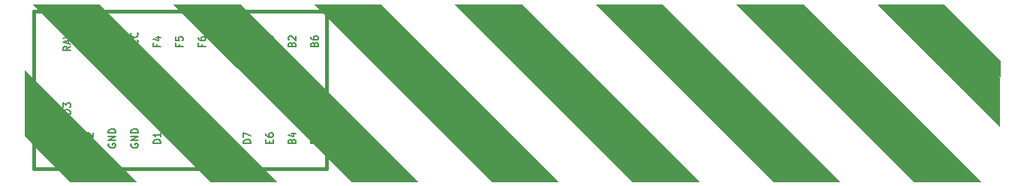
<source format=gbr>
G04 #@! TF.GenerationSoftware,KiCad,Pcbnew,5.1.10-88a1d61d58~88~ubuntu18.04.1*
G04 #@! TF.CreationDate,2021-10-06T13:15:52-05:00*
G04 #@! TF.ProjectId,keyboard,6b657962-6f61-4726-942e-6b696361645f,rev?*
G04 #@! TF.SameCoordinates,Original*
G04 #@! TF.FileFunction,Legend,Top*
G04 #@! TF.FilePolarity,Positive*
%FSLAX46Y46*%
G04 Gerber Fmt 4.6, Leading zero omitted, Abs format (unit mm)*
G04 Created by KiCad (PCBNEW 5.1.10-88a1d61d58~88~ubuntu18.04.1) date 2021-10-06 13:15:52*
%MOMM*%
%LPD*%
G01*
G04 APERTURE LIST*
%ADD10C,0.010000*%
%ADD11C,0.381000*%
%ADD12C,0.150000*%
G04 APERTURE END LIST*
D10*
G36*
X107880828Y2935511D02*
G01*
X111035142Y-219645D01*
X111013071Y-3920750D01*
X110991000Y-7621854D01*
X104154167Y-790756D01*
X103259819Y103058D01*
X102399611Y963174D01*
X101581053Y1782061D01*
X100811654Y2552187D01*
X100098924Y3266022D01*
X99450374Y3916035D01*
X98873513Y4494695D01*
X98375850Y4994469D01*
X97964895Y5407828D01*
X97648159Y5727240D01*
X97433151Y5945174D01*
X97327381Y6054099D01*
X97317334Y6065505D01*
X97399144Y6070759D01*
X97633151Y6075642D01*
X98002219Y6080036D01*
X98489212Y6083826D01*
X99076992Y6086895D01*
X99748424Y6089125D01*
X100486372Y6090402D01*
X101021924Y6090666D01*
X104726514Y6090666D01*
X107880828Y2935511D01*
G37*
X107880828Y2935511D02*
X111035142Y-219645D01*
X111013071Y-3920750D01*
X110991000Y-7621854D01*
X104154167Y-790756D01*
X103259819Y103058D01*
X102399611Y963174D01*
X101581053Y1782061D01*
X100811654Y2552187D01*
X100098924Y3266022D01*
X99450374Y3916035D01*
X98873513Y4494695D01*
X98375850Y4994469D01*
X97964895Y5407828D01*
X97648159Y5727240D01*
X97433151Y5945174D01*
X97327381Y6054099D01*
X97317334Y6065505D01*
X97399144Y6070759D01*
X97633151Y6075642D01*
X98002219Y6080036D01*
X98489212Y6083826D01*
X99076992Y6086895D01*
X99748424Y6089125D01*
X100486372Y6090402D01*
X101021924Y6090666D01*
X104726514Y6090666D01*
X107880828Y2935511D01*
G36*
X98883667Y-3900000D02*
G01*
X108874064Y-13890667D01*
X101338731Y-13890667D01*
X91348334Y-3900000D01*
X81357936Y6090666D01*
X88893269Y6090666D01*
X98883667Y-3900000D01*
G37*
X98883667Y-3900000D02*
X108874064Y-13890667D01*
X101338731Y-13890667D01*
X91348334Y-3900000D01*
X81357936Y6090666D01*
X88893269Y6090666D01*
X98883667Y-3900000D01*
G36*
X82966334Y-3900000D02*
G01*
X92956731Y-13890667D01*
X85506064Y-13890667D01*
X75515667Y-3900000D01*
X65525269Y6090666D01*
X72975936Y6090666D01*
X82966334Y-3900000D01*
G37*
X82966334Y-3900000D02*
X92956731Y-13890667D01*
X85506064Y-13890667D01*
X75515667Y-3900000D01*
X65525269Y6090666D01*
X72975936Y6090666D01*
X82966334Y-3900000D01*
G36*
X67133667Y-3900000D02*
G01*
X77124064Y-13890667D01*
X73356532Y-13887992D01*
X69589000Y-13885316D01*
X59598334Y-3898565D01*
X49607667Y6088187D01*
X53375468Y6089427D01*
X57143269Y6090666D01*
X67133667Y-3900000D01*
G37*
X67133667Y-3900000D02*
X77124064Y-13890667D01*
X73356532Y-13887992D01*
X69589000Y-13885316D01*
X59598334Y-3898565D01*
X49607667Y6088187D01*
X53375468Y6089427D01*
X57143269Y6090666D01*
X67133667Y-3900000D01*
G36*
X51216334Y-3900000D02*
G01*
X61206731Y-13890667D01*
X53756064Y-13890667D01*
X43765667Y-3900000D01*
X33775269Y6090666D01*
X41225936Y6090666D01*
X51216334Y-3900000D01*
G37*
X51216334Y-3900000D02*
X61206731Y-13890667D01*
X53756064Y-13890667D01*
X43765667Y-3900000D01*
X33775269Y6090666D01*
X41225936Y6090666D01*
X51216334Y-3900000D01*
G36*
X35383667Y-3900000D02*
G01*
X45374064Y-13890667D01*
X41648866Y-13888768D01*
X37923667Y-13886870D01*
X27890667Y-3902509D01*
X17857667Y6081853D01*
X21625468Y6086260D01*
X25393269Y6090666D01*
X35383667Y-3900000D01*
G37*
X35383667Y-3900000D02*
X45374064Y-13890667D01*
X41648866Y-13888768D01*
X37923667Y-13886870D01*
X27890667Y-3902509D01*
X17857667Y6081853D01*
X21625468Y6086260D01*
X25393269Y6090666D01*
X35383667Y-3900000D01*
G36*
X19466334Y-3900000D02*
G01*
X29456731Y-13890667D01*
X22006064Y-13890667D01*
X12015667Y-3900000D01*
X2025269Y6090666D01*
X9475936Y6090666D01*
X19466334Y-3900000D01*
G37*
X19466334Y-3900000D02*
X29456731Y-13890667D01*
X22006064Y-13890667D01*
X12015667Y-3900000D01*
X2025269Y6090666D01*
X9475936Y6090666D01*
X19466334Y-3900000D01*
G36*
X7358786Y-7625091D02*
G01*
X13623904Y-13890667D01*
X6172626Y-13890667D01*
X3611075Y-11328083D01*
X1049526Y-8765500D01*
X1071596Y-5062507D01*
X1093667Y-1359514D01*
X7358786Y-7625091D01*
G37*
X7358786Y-7625091D02*
X13623904Y-13890667D01*
X6172626Y-13890667D01*
X3611075Y-11328083D01*
X1049526Y-8765500D01*
X1071596Y-5062507D01*
X1093667Y-1359514D01*
X7358786Y-7625091D01*
D11*
X4610000Y-9900000D02*
X4610000Y-12440000D01*
X2070000Y-12440000D02*
X4610000Y-12440000D01*
X2070000Y5340000D02*
X2070000Y-12440000D01*
X4610000Y5340000D02*
X2070000Y5340000D01*
D12*
G36*
X11089360Y1381568D02*
G01*
X11289360Y1381568D01*
X11289360Y1281568D01*
X11089360Y1281568D01*
X11089360Y1381568D01*
G37*
X11089360Y1381568D02*
X11289360Y1381568D01*
X11289360Y1281568D01*
X11089360Y1281568D01*
X11089360Y1381568D01*
G36*
X10489360Y981568D02*
G01*
X11289360Y981568D01*
X11289360Y881568D01*
X10489360Y881568D01*
X10489360Y981568D01*
G37*
X10489360Y981568D02*
X11289360Y981568D01*
X11289360Y881568D01*
X10489360Y881568D01*
X10489360Y981568D01*
G36*
X10489360Y1381568D02*
G01*
X10589360Y1381568D01*
X10589360Y881568D01*
X10489360Y881568D01*
X10489360Y1381568D01*
G37*
X10489360Y1381568D02*
X10589360Y1381568D01*
X10589360Y881568D01*
X10489360Y881568D01*
X10489360Y1381568D01*
G36*
X10889360Y1181568D02*
G01*
X10989360Y1181568D01*
X10989360Y1081568D01*
X10889360Y1081568D01*
X10889360Y1181568D01*
G37*
X10889360Y1181568D02*
X10989360Y1181568D01*
X10989360Y1081568D01*
X10889360Y1081568D01*
X10889360Y1181568D01*
G36*
X10489360Y1381568D02*
G01*
X10789360Y1381568D01*
X10789360Y1281568D01*
X10489360Y1281568D01*
X10489360Y1381568D01*
G37*
X10489360Y1381568D02*
X10789360Y1381568D01*
X10789360Y1281568D01*
X10489360Y1281568D01*
X10489360Y1381568D01*
D11*
X7150000Y-9900000D02*
X7150000Y-12440000D01*
X4610000Y-9900000D02*
X7150000Y-9900000D01*
X35090000Y5340000D02*
X4610000Y5340000D01*
X35090000Y-12440000D02*
X35090000Y5340000D01*
X4610000Y-12440000D02*
X35090000Y-12440000D01*
D12*
X5441904Y-9312348D02*
X5441904Y-8855205D01*
X6241904Y-9083776D02*
X5441904Y-9083776D01*
X5441904Y-8664729D02*
X6241904Y-8131395D01*
X5441904Y-8131395D02*
X6241904Y-8664729D01*
X5441904Y-7674252D02*
X5441904Y-7598062D01*
X5480000Y-7521872D01*
X5518095Y-7483776D01*
X5594285Y-7445681D01*
X5746666Y-7407586D01*
X5937142Y-7407586D01*
X6089523Y-7445681D01*
X6165714Y-7483776D01*
X6203809Y-7521872D01*
X6241904Y-7598062D01*
X6241904Y-7674252D01*
X6203809Y-7750443D01*
X6165714Y-7788538D01*
X6089523Y-7826633D01*
X5937142Y-7864729D01*
X5746666Y-7864729D01*
X5594285Y-7826633D01*
X5518095Y-7788538D01*
X5480000Y-7750443D01*
X5441904Y-7674252D01*
X5403809Y-6493300D02*
X6432380Y-7179014D01*
X6241904Y-6226633D02*
X5441904Y-6226633D01*
X5441904Y-6036157D01*
X5480000Y-5921872D01*
X5556190Y-5845681D01*
X5632380Y-5807586D01*
X5784761Y-5769491D01*
X5899047Y-5769491D01*
X6051428Y-5807586D01*
X6127619Y-5845681D01*
X6203809Y-5921872D01*
X6241904Y-6036157D01*
X6241904Y-6226633D01*
X5441904Y-5502824D02*
X5441904Y-5007586D01*
X5746666Y-5274252D01*
X5746666Y-5159967D01*
X5784761Y-5083776D01*
X5822857Y-5045681D01*
X5899047Y-5007586D01*
X6089523Y-5007586D01*
X6165714Y-5045681D01*
X6203809Y-5083776D01*
X6241904Y-5159967D01*
X6241904Y-5388538D01*
X6203809Y-5464729D01*
X6165714Y-5502824D01*
X8781904Y-9601476D02*
X7981904Y-9601476D01*
X7981904Y-9411000D01*
X8020000Y-9296714D01*
X8096190Y-9220523D01*
X8172380Y-9182428D01*
X8324761Y-9144333D01*
X8439047Y-9144333D01*
X8591428Y-9182428D01*
X8667619Y-9220523D01*
X8743809Y-9296714D01*
X8781904Y-9411000D01*
X8781904Y-9601476D01*
X8058095Y-8839571D02*
X8020000Y-8801476D01*
X7981904Y-8725285D01*
X7981904Y-8534809D01*
X8020000Y-8458619D01*
X8058095Y-8420523D01*
X8134285Y-8382428D01*
X8210476Y-8382428D01*
X8324761Y-8420523D01*
X8781904Y-8877666D01*
X8781904Y-8382428D01*
X18941904Y-9601476D02*
X18141904Y-9601476D01*
X18141904Y-9411000D01*
X18180000Y-9296714D01*
X18256190Y-9220523D01*
X18332380Y-9182428D01*
X18484761Y-9144333D01*
X18599047Y-9144333D01*
X18751428Y-9182428D01*
X18827619Y-9220523D01*
X18903809Y-9296714D01*
X18941904Y-9411000D01*
X18941904Y-9601476D01*
X18141904Y-8649095D02*
X18141904Y-8572904D01*
X18180000Y-8496714D01*
X18218095Y-8458619D01*
X18294285Y-8420523D01*
X18446666Y-8382428D01*
X18637142Y-8382428D01*
X18789523Y-8420523D01*
X18865714Y-8458619D01*
X18903809Y-8496714D01*
X18941904Y-8572904D01*
X18941904Y-8649095D01*
X18903809Y-8725285D01*
X18865714Y-8763380D01*
X18789523Y-8801476D01*
X18637142Y-8839571D01*
X18446666Y-8839571D01*
X18294285Y-8801476D01*
X18218095Y-8763380D01*
X18180000Y-8725285D01*
X18141904Y-8649095D01*
X16401904Y-9601476D02*
X15601904Y-9601476D01*
X15601904Y-9411000D01*
X15640000Y-9296714D01*
X15716190Y-9220523D01*
X15792380Y-9182428D01*
X15944761Y-9144333D01*
X16059047Y-9144333D01*
X16211428Y-9182428D01*
X16287619Y-9220523D01*
X16363809Y-9296714D01*
X16401904Y-9411000D01*
X16401904Y-9601476D01*
X16401904Y-8382428D02*
X16401904Y-8839571D01*
X16401904Y-8611000D02*
X15601904Y-8611000D01*
X15716190Y-8687190D01*
X15792380Y-8763380D01*
X15830476Y-8839571D01*
X13100000Y-9620523D02*
X13061904Y-9696714D01*
X13061904Y-9811000D01*
X13100000Y-9925285D01*
X13176190Y-10001476D01*
X13252380Y-10039571D01*
X13404761Y-10077666D01*
X13519047Y-10077666D01*
X13671428Y-10039571D01*
X13747619Y-10001476D01*
X13823809Y-9925285D01*
X13861904Y-9811000D01*
X13861904Y-9734809D01*
X13823809Y-9620523D01*
X13785714Y-9582428D01*
X13519047Y-9582428D01*
X13519047Y-9734809D01*
X13861904Y-9239571D02*
X13061904Y-9239571D01*
X13861904Y-8782428D01*
X13061904Y-8782428D01*
X13861904Y-8401476D02*
X13061904Y-8401476D01*
X13061904Y-8211000D01*
X13100000Y-8096714D01*
X13176190Y-8020523D01*
X13252380Y-7982428D01*
X13404761Y-7944333D01*
X13519047Y-7944333D01*
X13671428Y-7982428D01*
X13747619Y-8020523D01*
X13823809Y-8096714D01*
X13861904Y-8211000D01*
X13861904Y-8401476D01*
X10560000Y-9620523D02*
X10521904Y-9696714D01*
X10521904Y-9811000D01*
X10560000Y-9925285D01*
X10636190Y-10001476D01*
X10712380Y-10039571D01*
X10864761Y-10077666D01*
X10979047Y-10077666D01*
X11131428Y-10039571D01*
X11207619Y-10001476D01*
X11283809Y-9925285D01*
X11321904Y-9811000D01*
X11321904Y-9734809D01*
X11283809Y-9620523D01*
X11245714Y-9582428D01*
X10979047Y-9582428D01*
X10979047Y-9734809D01*
X11321904Y-9239571D02*
X10521904Y-9239571D01*
X11321904Y-8782428D01*
X10521904Y-8782428D01*
X11321904Y-8401476D02*
X10521904Y-8401476D01*
X10521904Y-8211000D01*
X10560000Y-8096714D01*
X10636190Y-8020523D01*
X10712380Y-7982428D01*
X10864761Y-7944333D01*
X10979047Y-7944333D01*
X11131428Y-7982428D01*
X11207619Y-8020523D01*
X11283809Y-8096714D01*
X11321904Y-8211000D01*
X11321904Y-8401476D01*
X21481904Y-9601476D02*
X20681904Y-9601476D01*
X20681904Y-9411000D01*
X20720000Y-9296714D01*
X20796190Y-9220523D01*
X20872380Y-9182428D01*
X21024761Y-9144333D01*
X21139047Y-9144333D01*
X21291428Y-9182428D01*
X21367619Y-9220523D01*
X21443809Y-9296714D01*
X21481904Y-9411000D01*
X21481904Y-9601476D01*
X20948571Y-8458619D02*
X21481904Y-8458619D01*
X20643809Y-8649095D02*
X21215238Y-8839571D01*
X21215238Y-8344333D01*
X23945714Y-9144333D02*
X23983809Y-9182428D01*
X24021904Y-9296714D01*
X24021904Y-9372904D01*
X23983809Y-9487190D01*
X23907619Y-9563380D01*
X23831428Y-9601476D01*
X23679047Y-9639571D01*
X23564761Y-9639571D01*
X23412380Y-9601476D01*
X23336190Y-9563380D01*
X23260000Y-9487190D01*
X23221904Y-9372904D01*
X23221904Y-9296714D01*
X23260000Y-9182428D01*
X23298095Y-9144333D01*
X23221904Y-8458619D02*
X23221904Y-8611000D01*
X23260000Y-8687190D01*
X23298095Y-8725285D01*
X23412380Y-8801476D01*
X23564761Y-8839571D01*
X23869523Y-8839571D01*
X23945714Y-8801476D01*
X23983809Y-8763380D01*
X24021904Y-8687190D01*
X24021904Y-8534809D01*
X23983809Y-8458619D01*
X23945714Y-8420523D01*
X23869523Y-8382428D01*
X23679047Y-8382428D01*
X23602857Y-8420523D01*
X23564761Y-8458619D01*
X23526666Y-8534809D01*
X23526666Y-8687190D01*
X23564761Y-8763380D01*
X23602857Y-8801476D01*
X23679047Y-8839571D01*
X26561904Y-9601476D02*
X25761904Y-9601476D01*
X25761904Y-9411000D01*
X25800000Y-9296714D01*
X25876190Y-9220523D01*
X25952380Y-9182428D01*
X26104761Y-9144333D01*
X26219047Y-9144333D01*
X26371428Y-9182428D01*
X26447619Y-9220523D01*
X26523809Y-9296714D01*
X26561904Y-9411000D01*
X26561904Y-9601476D01*
X25761904Y-8877666D02*
X25761904Y-8344333D01*
X26561904Y-8687190D01*
X28682857Y-9563380D02*
X28682857Y-9296714D01*
X29101904Y-9182428D02*
X29101904Y-9563380D01*
X28301904Y-9563380D01*
X28301904Y-9182428D01*
X28301904Y-8496714D02*
X28301904Y-8649095D01*
X28340000Y-8725285D01*
X28378095Y-8763380D01*
X28492380Y-8839571D01*
X28644761Y-8877666D01*
X28949523Y-8877666D01*
X29025714Y-8839571D01*
X29063809Y-8801476D01*
X29101904Y-8725285D01*
X29101904Y-8572904D01*
X29063809Y-8496714D01*
X29025714Y-8458619D01*
X28949523Y-8420523D01*
X28759047Y-8420523D01*
X28682857Y-8458619D01*
X28644761Y-8496714D01*
X28606666Y-8572904D01*
X28606666Y-8725285D01*
X28644761Y-8801476D01*
X28682857Y-8839571D01*
X28759047Y-8877666D01*
X31222857Y-9334809D02*
X31260952Y-9220523D01*
X31299047Y-9182428D01*
X31375238Y-9144333D01*
X31489523Y-9144333D01*
X31565714Y-9182428D01*
X31603809Y-9220523D01*
X31641904Y-9296714D01*
X31641904Y-9601476D01*
X30841904Y-9601476D01*
X30841904Y-9334809D01*
X30880000Y-9258619D01*
X30918095Y-9220523D01*
X30994285Y-9182428D01*
X31070476Y-9182428D01*
X31146666Y-9220523D01*
X31184761Y-9258619D01*
X31222857Y-9334809D01*
X31222857Y-9601476D01*
X31108571Y-8458619D02*
X31641904Y-8458619D01*
X30803809Y-8649095D02*
X31375238Y-8839571D01*
X31375238Y-8344333D01*
X33762857Y-9334809D02*
X33800952Y-9220523D01*
X33839047Y-9182428D01*
X33915238Y-9144333D01*
X34029523Y-9144333D01*
X34105714Y-9182428D01*
X34143809Y-9220523D01*
X34181904Y-9296714D01*
X34181904Y-9601476D01*
X33381904Y-9601476D01*
X33381904Y-9334809D01*
X33420000Y-9258619D01*
X33458095Y-9220523D01*
X33534285Y-9182428D01*
X33610476Y-9182428D01*
X33686666Y-9220523D01*
X33724761Y-9258619D01*
X33762857Y-9334809D01*
X33762857Y-9601476D01*
X33381904Y-8420523D02*
X33381904Y-8801476D01*
X33762857Y-8839571D01*
X33724761Y-8801476D01*
X33686666Y-8725285D01*
X33686666Y-8534809D01*
X33724761Y-8458619D01*
X33762857Y-8420523D01*
X33839047Y-8382428D01*
X34029523Y-8382428D01*
X34105714Y-8420523D01*
X34143809Y-8458619D01*
X34181904Y-8534809D01*
X34181904Y-8725285D01*
X34143809Y-8801476D01*
X34105714Y-8839571D01*
X33762857Y1587190D02*
X33800952Y1701476D01*
X33839047Y1739571D01*
X33915238Y1777666D01*
X34029523Y1777666D01*
X34105714Y1739571D01*
X34143809Y1701476D01*
X34181904Y1625285D01*
X34181904Y1320523D01*
X33381904Y1320523D01*
X33381904Y1587190D01*
X33420000Y1663380D01*
X33458095Y1701476D01*
X33534285Y1739571D01*
X33610476Y1739571D01*
X33686666Y1701476D01*
X33724761Y1663380D01*
X33762857Y1587190D01*
X33762857Y1320523D01*
X33381904Y2463380D02*
X33381904Y2311000D01*
X33420000Y2234809D01*
X33458095Y2196714D01*
X33572380Y2120523D01*
X33724761Y2082428D01*
X34029523Y2082428D01*
X34105714Y2120523D01*
X34143809Y2158619D01*
X34181904Y2234809D01*
X34181904Y2387190D01*
X34143809Y2463380D01*
X34105714Y2501476D01*
X34029523Y2539571D01*
X33839047Y2539571D01*
X33762857Y2501476D01*
X33724761Y2463380D01*
X33686666Y2387190D01*
X33686666Y2234809D01*
X33724761Y2158619D01*
X33762857Y2120523D01*
X33839047Y2082428D01*
X28682857Y1587190D02*
X28720952Y1701476D01*
X28759047Y1739571D01*
X28835238Y1777666D01*
X28949523Y1777666D01*
X29025714Y1739571D01*
X29063809Y1701476D01*
X29101904Y1625285D01*
X29101904Y1320523D01*
X28301904Y1320523D01*
X28301904Y1587190D01*
X28340000Y1663380D01*
X28378095Y1701476D01*
X28454285Y1739571D01*
X28530476Y1739571D01*
X28606666Y1701476D01*
X28644761Y1663380D01*
X28682857Y1587190D01*
X28682857Y1320523D01*
X28301904Y2044333D02*
X28301904Y2539571D01*
X28606666Y2272904D01*
X28606666Y2387190D01*
X28644761Y2463380D01*
X28682857Y2501476D01*
X28759047Y2539571D01*
X28949523Y2539571D01*
X29025714Y2501476D01*
X29063809Y2463380D01*
X29101904Y2387190D01*
X29101904Y2158619D01*
X29063809Y2082428D01*
X29025714Y2044333D01*
X26142857Y1587190D02*
X26180952Y1701476D01*
X26219047Y1739571D01*
X26295238Y1777666D01*
X26409523Y1777666D01*
X26485714Y1739571D01*
X26523809Y1701476D01*
X26561904Y1625285D01*
X26561904Y1320523D01*
X25761904Y1320523D01*
X25761904Y1587190D01*
X25800000Y1663380D01*
X25838095Y1701476D01*
X25914285Y1739571D01*
X25990476Y1739571D01*
X26066666Y1701476D01*
X26104761Y1663380D01*
X26142857Y1587190D01*
X26142857Y1320523D01*
X26561904Y2539571D02*
X26561904Y2082428D01*
X26561904Y2311000D02*
X25761904Y2311000D01*
X25876190Y2234809D01*
X25952380Y2158619D01*
X25990476Y2082428D01*
X15982857Y1644333D02*
X15982857Y1377666D01*
X16401904Y1377666D02*
X15601904Y1377666D01*
X15601904Y1758619D01*
X15868571Y2406238D02*
X16401904Y2406238D01*
X15563809Y2215761D02*
X16135238Y2025285D01*
X16135238Y2520523D01*
X13061904Y844333D02*
X13861904Y1111000D01*
X13061904Y1377666D01*
X13785714Y2101476D02*
X13823809Y2063380D01*
X13861904Y1949095D01*
X13861904Y1872904D01*
X13823809Y1758619D01*
X13747619Y1682428D01*
X13671428Y1644333D01*
X13519047Y1606238D01*
X13404761Y1606238D01*
X13252380Y1644333D01*
X13176190Y1682428D01*
X13100000Y1758619D01*
X13061904Y1872904D01*
X13061904Y1949095D01*
X13100000Y2063380D01*
X13138095Y2101476D01*
X13785714Y2901476D02*
X13823809Y2863380D01*
X13861904Y2749095D01*
X13861904Y2672904D01*
X13823809Y2558619D01*
X13747619Y2482428D01*
X13671428Y2444333D01*
X13519047Y2406238D01*
X13404761Y2406238D01*
X13252380Y2444333D01*
X13176190Y2482428D01*
X13100000Y2558619D01*
X13061904Y2672904D01*
X13061904Y2749095D01*
X13100000Y2863380D01*
X13138095Y2901476D01*
X11253809Y1649786D02*
X11291904Y1764072D01*
X11291904Y1954548D01*
X11253809Y2030739D01*
X11215714Y2068834D01*
X11139523Y2106929D01*
X11063333Y2106929D01*
X10987142Y2068834D01*
X10949047Y2030739D01*
X10910952Y1954548D01*
X10872857Y1802167D01*
X10834761Y1725977D01*
X10796666Y1687881D01*
X10720476Y1649786D01*
X10644285Y1649786D01*
X10568095Y1687881D01*
X10530000Y1725977D01*
X10491904Y1802167D01*
X10491904Y1992643D01*
X10530000Y2106929D01*
X10491904Y2335500D02*
X10491904Y2792643D01*
X11291904Y2564072D02*
X10491904Y2564072D01*
X8020000Y1301476D02*
X7981904Y1225285D01*
X7981904Y1111000D01*
X8020000Y996714D01*
X8096190Y920523D01*
X8172380Y882428D01*
X8324761Y844333D01*
X8439047Y844333D01*
X8591428Y882428D01*
X8667619Y920523D01*
X8743809Y996714D01*
X8781904Y1111000D01*
X8781904Y1187190D01*
X8743809Y1301476D01*
X8705714Y1339571D01*
X8439047Y1339571D01*
X8439047Y1187190D01*
X8781904Y1682428D02*
X7981904Y1682428D01*
X8781904Y2139571D01*
X7981904Y2139571D01*
X8781904Y2520523D02*
X7981904Y2520523D01*
X7981904Y2711000D01*
X8020000Y2825285D01*
X8096190Y2901476D01*
X8172380Y2939571D01*
X8324761Y2977666D01*
X8439047Y2977666D01*
X8591428Y2939571D01*
X8667619Y2901476D01*
X8743809Y2825285D01*
X8781904Y2711000D01*
X8781904Y2520523D01*
X6241904Y1358619D02*
X5860952Y1091952D01*
X6241904Y901476D02*
X5441904Y901476D01*
X5441904Y1206238D01*
X5480000Y1282428D01*
X5518095Y1320523D01*
X5594285Y1358619D01*
X5708571Y1358619D01*
X5784761Y1320523D01*
X5822857Y1282428D01*
X5860952Y1206238D01*
X5860952Y901476D01*
X6013333Y1663380D02*
X6013333Y2044333D01*
X6241904Y1587190D02*
X5441904Y1853857D01*
X6241904Y2120523D01*
X5441904Y2311000D02*
X6241904Y2501476D01*
X5670476Y2653857D01*
X6241904Y2806238D01*
X5441904Y2996714D01*
X18522857Y1644333D02*
X18522857Y1377666D01*
X18941904Y1377666D02*
X18141904Y1377666D01*
X18141904Y1758619D01*
X18141904Y2444333D02*
X18141904Y2063380D01*
X18522857Y2025285D01*
X18484761Y2063380D01*
X18446666Y2139571D01*
X18446666Y2330047D01*
X18484761Y2406238D01*
X18522857Y2444333D01*
X18599047Y2482428D01*
X18789523Y2482428D01*
X18865714Y2444333D01*
X18903809Y2406238D01*
X18941904Y2330047D01*
X18941904Y2139571D01*
X18903809Y2063380D01*
X18865714Y2025285D01*
X21062857Y1644333D02*
X21062857Y1377666D01*
X21481904Y1377666D02*
X20681904Y1377666D01*
X20681904Y1758619D01*
X20681904Y2406238D02*
X20681904Y2253857D01*
X20720000Y2177666D01*
X20758095Y2139571D01*
X20872380Y2063380D01*
X21024761Y2025285D01*
X21329523Y2025285D01*
X21405714Y2063380D01*
X21443809Y2101476D01*
X21481904Y2177666D01*
X21481904Y2330047D01*
X21443809Y2406238D01*
X21405714Y2444333D01*
X21329523Y2482428D01*
X21139047Y2482428D01*
X21062857Y2444333D01*
X21024761Y2406238D01*
X20986666Y2330047D01*
X20986666Y2177666D01*
X21024761Y2101476D01*
X21062857Y2063380D01*
X21139047Y2025285D01*
X23602857Y1644333D02*
X23602857Y1377666D01*
X24021904Y1377666D02*
X23221904Y1377666D01*
X23221904Y1758619D01*
X23221904Y1987190D02*
X23221904Y2520523D01*
X24021904Y2177666D01*
X31222857Y1587190D02*
X31260952Y1701476D01*
X31299047Y1739571D01*
X31375238Y1777666D01*
X31489523Y1777666D01*
X31565714Y1739571D01*
X31603809Y1701476D01*
X31641904Y1625285D01*
X31641904Y1320523D01*
X30841904Y1320523D01*
X30841904Y1587190D01*
X30880000Y1663380D01*
X30918095Y1701476D01*
X30994285Y1739571D01*
X31070476Y1739571D01*
X31146666Y1701476D01*
X31184761Y1663380D01*
X31222857Y1587190D01*
X31222857Y1320523D01*
X30918095Y2082428D02*
X30880000Y2120523D01*
X30841904Y2196714D01*
X30841904Y2387190D01*
X30880000Y2463380D01*
X30918095Y2501476D01*
X30994285Y2539571D01*
X31070476Y2539571D01*
X31184761Y2501476D01*
X31641904Y2044333D01*
X31641904Y2539571D01*
M02*

</source>
